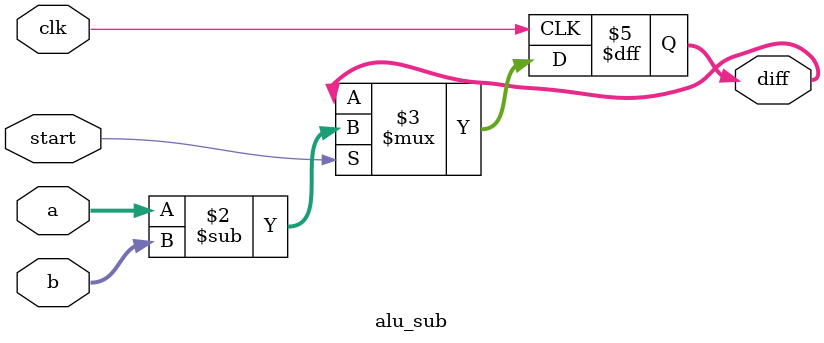
<source format=v>
`timescale 1ns/1ps

module alu_sub(
    input clk,
    input signed [7:0] a, b, 
    input start, 
    output reg signed [15:0] diff
);
    always @(posedge clk) begin
        if (start)
            diff <= a - b;
    end
endmodule
</source>
